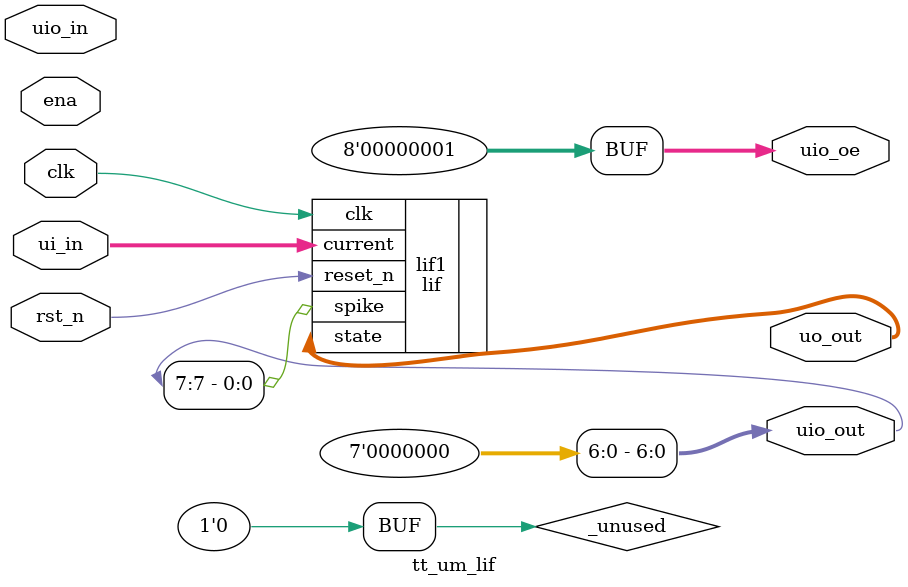
<source format=v>
/*
 * Copyright (c) 2024 Your Name
 * SPDX-License-Identifier: Apache-2.0
 */
`default_nettype none

module tt_um_lif (
    input  wire [7:0] ui_in,    // Dedicated inputs
    output wire [7:0] uo_out,   // Dedicated outputs
    input  wire [7:0] uio_in,   // IOs: Input path
    output wire [7:0] uio_out,  // IOs: Output path
    output wire [7:0] uio_oe,   // IOs: Enable path (active high: 0=input, 1=output)
    input  wire       ena,      // always 1 when the design is powered, so you can ignore it
    input  wire       clk,      // clock
    input  wire       rst_n     // reset_n - low to reset
);

  // All output pins must be assigned. If not used, assign to 0.
  assign uio_out [6:0] = 0;
  assign uio_oe  = 1;

  // List all unused inputs to prevent warnings
  wire _unused = &{ena,uio_in, 1'b0};
  
  // instantiate lif neuron
	lif lif1(.current(ui_in), .clk(clk), .reset_n(rst_n), .state(uo_out), .spike(uio_out[7]));

endmodule

</source>
